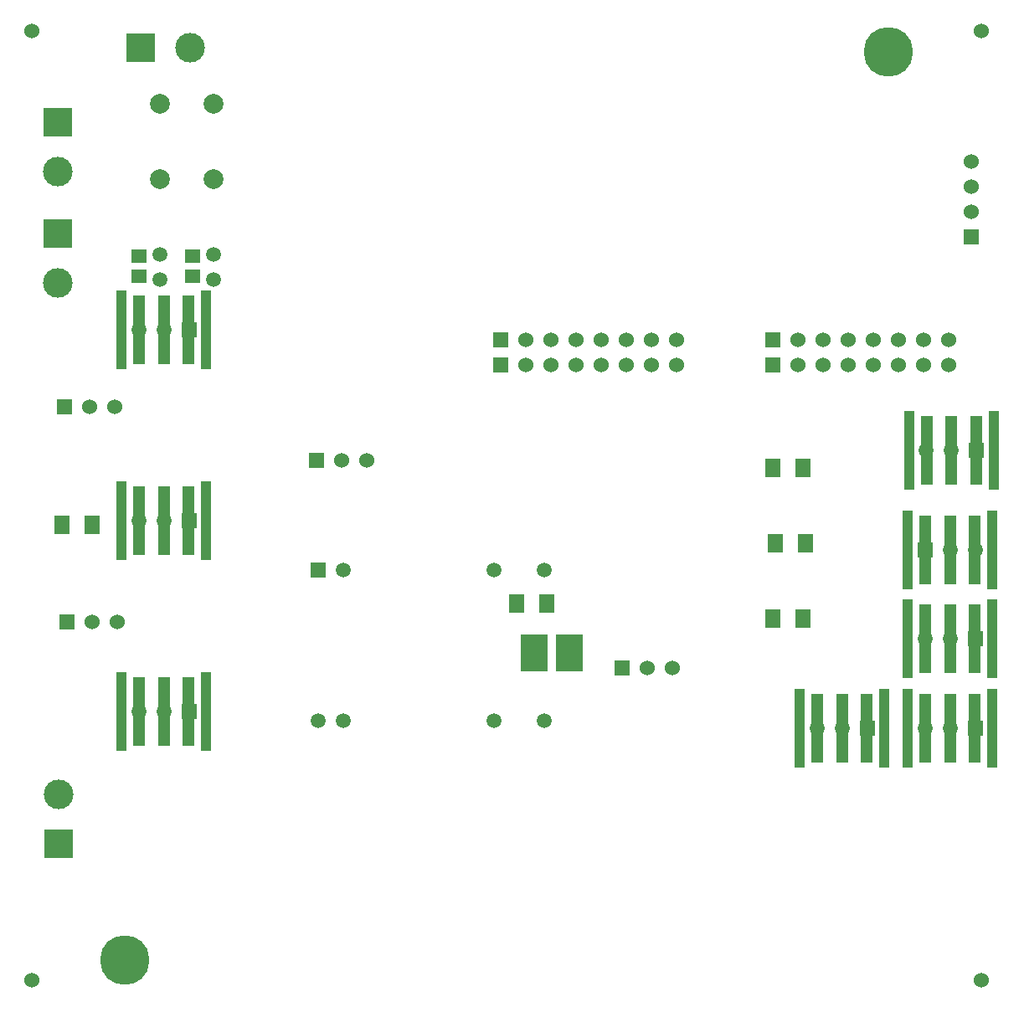
<source format=gbr>
G04 Layer_Color=255*
%FSLAX25Y25*%
%MOIN*%
%TF.FileFunction,Pads,Top*%
%TF.Part,Single*%
G01*
G75*
%TA.AperFunction,SMDPad,CuDef*%
%ADD10R,0.05905X0.05512*%
%TA.AperFunction,ConnectorPad*%
%ADD11R,0.04331X0.31496*%
%ADD12R,0.04882X0.27559*%
%TA.AperFunction,SMDPad,CuDef*%
%ADD13R,0.04331X0.31496*%
%ADD14R,0.04882X0.27559*%
%ADD15R,0.10709X0.14843*%
%ADD16R,0.05905X0.07480*%
%TA.AperFunction,ComponentPad*%
%ADD25C,0.06000*%
%ADD26R,0.06000X0.06000*%
%TA.AperFunction,ViaPad*%
%ADD27C,0.19685*%
%TA.AperFunction,ComponentPad*%
%ADD28C,0.05905*%
%ADD29C,0.07874*%
%ADD30R,0.05905X0.05905*%
%ADD31R,0.06000X0.06000*%
%ADD32R,0.05905X0.05905*%
%ADD33C,0.11811*%
%ADD34R,0.11811X0.11811*%
%ADD35R,0.11811X0.11811*%
%TA.AperFunction,WasherPad*%
%ADD36C,0.06000*%
D10*
X71600Y268737D02*
D03*
Y260863D02*
D03*
X50100Y268737D02*
D03*
Y260863D02*
D03*
D11*
X390049Y116341D02*
D03*
X356151D02*
D03*
X390049Y80800D02*
D03*
X356151D02*
D03*
X356151Y151800D02*
D03*
X390048D02*
D03*
X390649Y191300D02*
D03*
X356751D02*
D03*
D12*
X363257Y116341D02*
D03*
X382942D02*
D03*
X373100D02*
D03*
X363257Y80800D02*
D03*
X382942D02*
D03*
X373100D02*
D03*
X382942Y151800D02*
D03*
X363257D02*
D03*
X373100D02*
D03*
X363858Y191300D02*
D03*
X383543D02*
D03*
X373700D02*
D03*
D13*
X347049Y80800D02*
D03*
X313151D02*
D03*
X77049Y87400D02*
D03*
X43151D02*
D03*
X77049Y163350D02*
D03*
X43151D02*
D03*
X77049Y239300D02*
D03*
X43151D02*
D03*
D14*
X320258Y80800D02*
D03*
X339943D02*
D03*
X330100D02*
D03*
X50258Y87400D02*
D03*
X69943D02*
D03*
X60100D02*
D03*
X50258Y163350D02*
D03*
X69943D02*
D03*
X60100D02*
D03*
X50258Y239300D02*
D03*
X69943D02*
D03*
X60100D02*
D03*
D15*
X207631Y110800D02*
D03*
X221568D02*
D03*
D16*
X314702Y124300D02*
D03*
X302498D02*
D03*
X315702Y154300D02*
D03*
X303498D02*
D03*
X314702Y184268D02*
D03*
X302498D02*
D03*
X200498Y130300D02*
D03*
X212702D02*
D03*
X19498Y161800D02*
D03*
X31702D02*
D03*
D25*
X40600Y208800D02*
D03*
X30600D02*
D03*
X141000Y187200D02*
D03*
X131000D02*
D03*
X41584Y123000D02*
D03*
X31584D02*
D03*
X262600Y104800D02*
D03*
X252600D02*
D03*
X332600Y235300D02*
D03*
X342600D02*
D03*
X352600D02*
D03*
X362600D02*
D03*
X372600D02*
D03*
X312600D02*
D03*
X322600D02*
D03*
X381600Y306300D02*
D03*
Y296300D02*
D03*
Y286300D02*
D03*
X332600Y225300D02*
D03*
X342600D02*
D03*
X352600D02*
D03*
X362600D02*
D03*
X372600D02*
D03*
X312600D02*
D03*
X322600D02*
D03*
X224100D02*
D03*
X234100D02*
D03*
X244100D02*
D03*
X254100D02*
D03*
X264100D02*
D03*
X204100D02*
D03*
X214100D02*
D03*
X224100Y235300D02*
D03*
X234100D02*
D03*
X244100D02*
D03*
X254100D02*
D03*
X264100D02*
D03*
X204100D02*
D03*
X214100D02*
D03*
D26*
X20600Y208800D02*
D03*
X121000Y187200D02*
D03*
X21584Y123000D02*
D03*
X242600Y104800D02*
D03*
X302600Y235300D02*
D03*
Y225300D02*
D03*
X194100D02*
D03*
Y235300D02*
D03*
D27*
X348453Y350153D02*
D03*
X44700Y-11600D02*
D03*
D28*
X79979Y259300D02*
D03*
Y269300D02*
D03*
X58479Y259300D02*
D03*
Y269300D02*
D03*
X131700Y83700D02*
D03*
X191700D02*
D03*
X211700D02*
D03*
X121700D02*
D03*
X131700Y143700D02*
D03*
X191700D02*
D03*
X211700D02*
D03*
X373100Y116341D02*
D03*
X363100D02*
D03*
X373100Y80800D02*
D03*
X363100D02*
D03*
X330100Y80800D02*
D03*
X320100D02*
D03*
X373100Y151800D02*
D03*
X383100D02*
D03*
X373700Y191300D02*
D03*
X363700D02*
D03*
X60100Y87400D02*
D03*
X50100D02*
D03*
X60100Y163350D02*
D03*
X50100D02*
D03*
X60100Y239300D02*
D03*
X50100D02*
D03*
D29*
X79979Y299300D02*
D03*
Y329300D02*
D03*
X58479Y299300D02*
D03*
Y329300D02*
D03*
D30*
X121700Y143700D02*
D03*
D31*
X381600Y276300D02*
D03*
D32*
X383100Y116341D02*
D03*
Y80800D02*
D03*
X340100Y80800D02*
D03*
X363100Y151800D02*
D03*
X383700Y191300D02*
D03*
X70100Y87400D02*
D03*
Y163350D02*
D03*
Y239300D02*
D03*
D33*
X17866Y257958D02*
D03*
Y302457D02*
D03*
X70655Y351800D02*
D03*
X18100Y54242D02*
D03*
D34*
X17866Y277642D02*
D03*
Y322143D02*
D03*
X18100Y34558D02*
D03*
D35*
X50970Y351800D02*
D03*
D36*
X7600Y-19700D02*
D03*
X385553D02*
D03*
Y358253D02*
D03*
X7600D02*
D03*
%TF.MD5,7a7ec58aa4673c86dd13ab4f97b75ada*%
M02*

</source>
